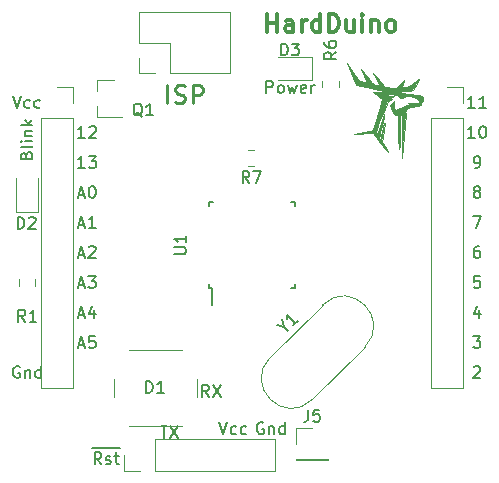
<source format=gbr>
G04 #@! TF.GenerationSoftware,KiCad,Pcbnew,(5.1.8)-1*
G04 #@! TF.CreationDate,2020-11-23T23:50:42+03:00*
G04 #@! TF.ProjectId,HardDuinoTQFP,48617264-4475-4696-9e6f-545146502e6b,rev?*
G04 #@! TF.SameCoordinates,Original*
G04 #@! TF.FileFunction,Legend,Top*
G04 #@! TF.FilePolarity,Positive*
%FSLAX46Y46*%
G04 Gerber Fmt 4.6, Leading zero omitted, Abs format (unit mm)*
G04 Created by KiCad (PCBNEW (5.1.8)-1) date 2020-11-23 23:50:42*
%MOMM*%
%LPD*%
G01*
G04 APERTURE LIST*
%ADD10C,0.150000*%
%ADD11C,0.250000*%
%ADD12C,0.100000*%
%ADD13C,0.300000*%
%ADD14C,0.120000*%
G04 APERTURE END LIST*
D10*
X110418809Y-46172380D02*
X110418809Y-45172380D01*
X110799761Y-45172380D01*
X110895000Y-45220000D01*
X110942619Y-45267619D01*
X110990238Y-45362857D01*
X110990238Y-45505714D01*
X110942619Y-45600952D01*
X110895000Y-45648571D01*
X110799761Y-45696190D01*
X110418809Y-45696190D01*
X111561666Y-46172380D02*
X111466428Y-46124761D01*
X111418809Y-46077142D01*
X111371190Y-45981904D01*
X111371190Y-45696190D01*
X111418809Y-45600952D01*
X111466428Y-45553333D01*
X111561666Y-45505714D01*
X111704523Y-45505714D01*
X111799761Y-45553333D01*
X111847380Y-45600952D01*
X111895000Y-45696190D01*
X111895000Y-45981904D01*
X111847380Y-46077142D01*
X111799761Y-46124761D01*
X111704523Y-46172380D01*
X111561666Y-46172380D01*
X112228333Y-45505714D02*
X112418809Y-46172380D01*
X112609285Y-45696190D01*
X112799761Y-46172380D01*
X112990238Y-45505714D01*
X113752142Y-46124761D02*
X113656904Y-46172380D01*
X113466428Y-46172380D01*
X113371190Y-46124761D01*
X113323571Y-46029523D01*
X113323571Y-45648571D01*
X113371190Y-45553333D01*
X113466428Y-45505714D01*
X113656904Y-45505714D01*
X113752142Y-45553333D01*
X113799761Y-45648571D01*
X113799761Y-45743809D01*
X113323571Y-45839047D01*
X114228333Y-46172380D02*
X114228333Y-45505714D01*
X114228333Y-45696190D02*
X114275952Y-45600952D01*
X114323571Y-45553333D01*
X114418809Y-45505714D01*
X114514047Y-45505714D01*
X90098571Y-51450714D02*
X90146190Y-51307857D01*
X90193809Y-51260238D01*
X90289047Y-51212619D01*
X90431904Y-51212619D01*
X90527142Y-51260238D01*
X90574761Y-51307857D01*
X90622380Y-51403095D01*
X90622380Y-51784047D01*
X89622380Y-51784047D01*
X89622380Y-51450714D01*
X89670000Y-51355476D01*
X89717619Y-51307857D01*
X89812857Y-51260238D01*
X89908095Y-51260238D01*
X90003333Y-51307857D01*
X90050952Y-51355476D01*
X90098571Y-51450714D01*
X90098571Y-51784047D01*
X90622380Y-50641190D02*
X90574761Y-50736428D01*
X90479523Y-50784047D01*
X89622380Y-50784047D01*
X90622380Y-50260238D02*
X89955714Y-50260238D01*
X89622380Y-50260238D02*
X89670000Y-50307857D01*
X89717619Y-50260238D01*
X89670000Y-50212619D01*
X89622380Y-50260238D01*
X89717619Y-50260238D01*
X89955714Y-49784047D02*
X90622380Y-49784047D01*
X90050952Y-49784047D02*
X90003333Y-49736428D01*
X89955714Y-49641190D01*
X89955714Y-49498333D01*
X90003333Y-49403095D01*
X90098571Y-49355476D01*
X90622380Y-49355476D01*
X90622380Y-48879285D02*
X89622380Y-48879285D01*
X90241428Y-48784047D02*
X90622380Y-48498333D01*
X89955714Y-48498333D02*
X90336666Y-48879285D01*
D11*
X102040714Y-47033571D02*
X102040714Y-45533571D01*
X102683571Y-46962142D02*
X102897857Y-47033571D01*
X103255000Y-47033571D01*
X103397857Y-46962142D01*
X103469285Y-46890714D01*
X103540714Y-46747857D01*
X103540714Y-46605000D01*
X103469285Y-46462142D01*
X103397857Y-46390714D01*
X103255000Y-46319285D01*
X102969285Y-46247857D01*
X102826428Y-46176428D01*
X102755000Y-46105000D01*
X102683571Y-45962142D01*
X102683571Y-45819285D01*
X102755000Y-45676428D01*
X102826428Y-45605000D01*
X102969285Y-45533571D01*
X103326428Y-45533571D01*
X103540714Y-45605000D01*
X104183571Y-47033571D02*
X104183571Y-45533571D01*
X104755000Y-45533571D01*
X104897857Y-45605000D01*
X104969285Y-45676428D01*
X105040714Y-45819285D01*
X105040714Y-46033571D01*
X104969285Y-46176428D01*
X104897857Y-46247857D01*
X104755000Y-46319285D01*
X104183571Y-46319285D01*
D10*
X105560833Y-71889880D02*
X105227500Y-71413690D01*
X104989404Y-71889880D02*
X104989404Y-70889880D01*
X105370357Y-70889880D01*
X105465595Y-70937500D01*
X105513214Y-70985119D01*
X105560833Y-71080357D01*
X105560833Y-71223214D01*
X105513214Y-71318452D01*
X105465595Y-71366071D01*
X105370357Y-71413690D01*
X104989404Y-71413690D01*
X105894166Y-70889880D02*
X106560833Y-71889880D01*
X106560833Y-70889880D02*
X105894166Y-71889880D01*
X95647023Y-76237500D02*
X96647023Y-76237500D01*
X96456547Y-77604880D02*
X96123214Y-77128690D01*
X95885119Y-77604880D02*
X95885119Y-76604880D01*
X96266071Y-76604880D01*
X96361309Y-76652500D01*
X96408928Y-76700119D01*
X96456547Y-76795357D01*
X96456547Y-76938214D01*
X96408928Y-77033452D01*
X96361309Y-77081071D01*
X96266071Y-77128690D01*
X95885119Y-77128690D01*
X96647023Y-76237500D02*
X97456547Y-76237500D01*
X96837500Y-77557261D02*
X96932738Y-77604880D01*
X97123214Y-77604880D01*
X97218452Y-77557261D01*
X97266071Y-77462023D01*
X97266071Y-77414404D01*
X97218452Y-77319166D01*
X97123214Y-77271547D01*
X96980357Y-77271547D01*
X96885119Y-77223928D01*
X96837500Y-77128690D01*
X96837500Y-77081071D01*
X96885119Y-76985833D01*
X96980357Y-76938214D01*
X97123214Y-76938214D01*
X97218452Y-76985833D01*
X97456547Y-76237500D02*
X98027976Y-76237500D01*
X97551785Y-76938214D02*
X97932738Y-76938214D01*
X97694642Y-76604880D02*
X97694642Y-77462023D01*
X97742261Y-77557261D01*
X97837500Y-77604880D01*
X97932738Y-77604880D01*
X110164642Y-74112500D02*
X110069404Y-74064880D01*
X109926547Y-74064880D01*
X109783690Y-74112500D01*
X109688452Y-74207738D01*
X109640833Y-74302976D01*
X109593214Y-74493452D01*
X109593214Y-74636309D01*
X109640833Y-74826785D01*
X109688452Y-74922023D01*
X109783690Y-75017261D01*
X109926547Y-75064880D01*
X110021785Y-75064880D01*
X110164642Y-75017261D01*
X110212261Y-74969642D01*
X110212261Y-74636309D01*
X110021785Y-74636309D01*
X110640833Y-74398214D02*
X110640833Y-75064880D01*
X110640833Y-74493452D02*
X110688452Y-74445833D01*
X110783690Y-74398214D01*
X110926547Y-74398214D01*
X111021785Y-74445833D01*
X111069404Y-74541071D01*
X111069404Y-75064880D01*
X111974166Y-75064880D02*
X111974166Y-74064880D01*
X111974166Y-75017261D02*
X111878928Y-75064880D01*
X111688452Y-75064880D01*
X111593214Y-75017261D01*
X111545595Y-74969642D01*
X111497976Y-74874404D01*
X111497976Y-74588690D01*
X111545595Y-74493452D01*
X111593214Y-74445833D01*
X111688452Y-74398214D01*
X111878928Y-74398214D01*
X111974166Y-74445833D01*
X106442023Y-74064880D02*
X106775357Y-75064880D01*
X107108690Y-74064880D01*
X107870595Y-75017261D02*
X107775357Y-75064880D01*
X107584880Y-75064880D01*
X107489642Y-75017261D01*
X107442023Y-74969642D01*
X107394404Y-74874404D01*
X107394404Y-74588690D01*
X107442023Y-74493452D01*
X107489642Y-74445833D01*
X107584880Y-74398214D01*
X107775357Y-74398214D01*
X107870595Y-74445833D01*
X108727738Y-75017261D02*
X108632500Y-75064880D01*
X108442023Y-75064880D01*
X108346785Y-75017261D01*
X108299166Y-74969642D01*
X108251547Y-74874404D01*
X108251547Y-74588690D01*
X108299166Y-74493452D01*
X108346785Y-74445833D01*
X108442023Y-74398214D01*
X108632500Y-74398214D01*
X108727738Y-74445833D01*
X101473095Y-74382380D02*
X102044523Y-74382380D01*
X101758809Y-75382380D02*
X101758809Y-74382380D01*
X102282619Y-74382380D02*
X102949285Y-75382380D01*
X102949285Y-74382380D02*
X102282619Y-75382380D01*
D12*
G36*
X117952500Y-44642500D02*
G01*
X118172500Y-44962500D01*
X118362500Y-45142500D01*
X118422500Y-45182500D01*
X118852500Y-45312500D01*
X118892500Y-45292500D01*
X118892500Y-45202500D01*
X118702500Y-44772500D01*
X118402500Y-44122500D01*
X119212500Y-45112500D01*
X119412500Y-45332500D01*
X119532500Y-45432500D01*
X119612500Y-45462500D01*
X119792500Y-45472500D01*
X120012500Y-45532500D01*
X119972500Y-45412500D01*
X119462500Y-44522500D01*
X120232500Y-45362500D01*
X120392500Y-45552500D01*
X120482500Y-45632500D01*
X120592500Y-45682500D01*
X121032500Y-45732500D01*
X121492500Y-45752500D01*
X121972500Y-45152500D01*
X122122500Y-45002500D01*
X122112500Y-45082500D01*
X121972500Y-45412500D01*
X121892500Y-45582500D01*
X121882500Y-45662500D01*
X121962500Y-45672500D01*
X122362500Y-45652500D01*
X122712500Y-45542500D01*
X123382500Y-44972500D01*
X123262500Y-45262500D01*
X122832500Y-45912500D01*
X122502500Y-45972500D01*
X121892500Y-46022500D01*
X121702500Y-46092500D01*
X121922500Y-46152500D01*
X123252500Y-46372500D01*
X123572500Y-46442500D01*
X123702500Y-46542500D01*
X123722500Y-46712500D01*
X123702500Y-46872500D01*
X123642500Y-46952500D01*
X123592500Y-46972500D01*
X123552500Y-47052500D01*
X123552500Y-47152500D01*
X123492500Y-47202500D01*
X123302500Y-47252500D01*
X122682500Y-47362500D01*
X122392500Y-47442500D01*
X122262500Y-47562500D01*
X122232500Y-47622500D01*
X122202500Y-47772500D01*
X122212500Y-47942500D01*
X121882500Y-51712500D01*
X121932500Y-48322500D01*
X121922500Y-48042500D01*
X121912500Y-47852500D01*
X121902500Y-47812500D01*
X121862500Y-47772500D01*
X121812500Y-47892500D01*
X121782500Y-48222500D01*
X121752500Y-48712500D01*
X121722500Y-50092500D01*
X121702500Y-50622500D01*
X121662500Y-50952500D01*
X121632500Y-50772500D01*
X121602500Y-50092500D01*
X121602500Y-49212500D01*
X121582500Y-47992500D01*
X121422500Y-48032500D01*
X121312500Y-48032500D01*
X121242500Y-47982500D01*
X121172500Y-47852500D01*
X120932500Y-47222500D01*
X121242500Y-46822500D01*
X121202500Y-47052500D01*
X121192500Y-47212500D01*
X121192500Y-47282500D01*
X121262500Y-47412500D01*
X121412500Y-47622500D01*
X122322500Y-47232500D01*
X122452500Y-47162500D01*
X122502500Y-47102500D01*
X122392500Y-47062500D01*
X122602500Y-47022500D01*
X123122500Y-47012500D01*
X123242500Y-46992500D01*
X123332500Y-46942500D01*
X123362500Y-46882500D01*
X123332500Y-46762500D01*
X123172500Y-46662500D01*
X122902500Y-46552500D01*
X122502500Y-46472500D01*
X122262500Y-46462500D01*
X122122500Y-46482500D01*
X122072500Y-46522500D01*
X122002500Y-46622500D01*
X121952500Y-46632500D01*
X121892500Y-46632500D01*
X121772500Y-46582500D01*
X121622500Y-46482500D01*
X121582500Y-46422500D01*
X121572500Y-46382500D01*
X121512500Y-46352500D01*
X121432500Y-46322500D01*
X120942500Y-46302500D01*
X120492500Y-46312500D01*
X120352500Y-46332500D01*
X120232500Y-46362500D01*
X120252500Y-46402500D01*
X120462500Y-46442500D01*
X120762500Y-46462500D01*
X121272500Y-46472500D01*
X120852500Y-46622500D01*
X120852500Y-46652500D01*
X121052500Y-46672500D01*
X121062500Y-46702500D01*
X120822500Y-46822500D01*
X120762500Y-46892500D01*
X120632500Y-47082500D01*
X120432500Y-47512500D01*
X120002500Y-48562500D01*
X119782500Y-49212500D01*
X119732500Y-49382500D01*
X119702500Y-49522500D01*
X119752500Y-49602500D01*
X119802500Y-49572500D01*
X119842500Y-49502500D01*
X119932500Y-49282500D01*
X120112500Y-48772500D01*
X120422500Y-47942500D01*
X120382500Y-48202500D01*
X120132500Y-49202500D01*
X120072500Y-49412500D01*
X120012500Y-49752500D01*
X119992500Y-49872500D01*
X119992500Y-49982500D01*
X120042500Y-50042500D01*
X120102500Y-49962500D01*
X120142500Y-49812500D01*
X120242500Y-49442500D01*
X120402500Y-48722500D01*
X120432500Y-48722500D01*
X120282500Y-49882500D01*
X120212500Y-50332500D01*
X120602500Y-50902500D01*
X120762500Y-51202500D01*
X120152500Y-50492500D01*
X119452500Y-49602500D01*
X117812500Y-49672500D01*
X119212500Y-49372500D01*
X119422500Y-49302500D01*
X119502500Y-49082500D01*
X119792500Y-48202500D01*
X120042500Y-47352500D01*
X120202500Y-46682500D01*
X119472500Y-46112500D01*
X119832500Y-46072500D01*
X120282500Y-46092500D01*
X120762500Y-46102500D01*
X118842500Y-45682500D01*
X118042500Y-45492500D01*
X117612500Y-44522500D01*
X117242500Y-43622500D01*
X117952500Y-44642500D01*
G37*
X117952500Y-44642500D02*
X118172500Y-44962500D01*
X118362500Y-45142500D01*
X118422500Y-45182500D01*
X118852500Y-45312500D01*
X118892500Y-45292500D01*
X118892500Y-45202500D01*
X118702500Y-44772500D01*
X118402500Y-44122500D01*
X119212500Y-45112500D01*
X119412500Y-45332500D01*
X119532500Y-45432500D01*
X119612500Y-45462500D01*
X119792500Y-45472500D01*
X120012500Y-45532500D01*
X119972500Y-45412500D01*
X119462500Y-44522500D01*
X120232500Y-45362500D01*
X120392500Y-45552500D01*
X120482500Y-45632500D01*
X120592500Y-45682500D01*
X121032500Y-45732500D01*
X121492500Y-45752500D01*
X121972500Y-45152500D01*
X122122500Y-45002500D01*
X122112500Y-45082500D01*
X121972500Y-45412500D01*
X121892500Y-45582500D01*
X121882500Y-45662500D01*
X121962500Y-45672500D01*
X122362500Y-45652500D01*
X122712500Y-45542500D01*
X123382500Y-44972500D01*
X123262500Y-45262500D01*
X122832500Y-45912500D01*
X122502500Y-45972500D01*
X121892500Y-46022500D01*
X121702500Y-46092500D01*
X121922500Y-46152500D01*
X123252500Y-46372500D01*
X123572500Y-46442500D01*
X123702500Y-46542500D01*
X123722500Y-46712500D01*
X123702500Y-46872500D01*
X123642500Y-46952500D01*
X123592500Y-46972500D01*
X123552500Y-47052500D01*
X123552500Y-47152500D01*
X123492500Y-47202500D01*
X123302500Y-47252500D01*
X122682500Y-47362500D01*
X122392500Y-47442500D01*
X122262500Y-47562500D01*
X122232500Y-47622500D01*
X122202500Y-47772500D01*
X122212500Y-47942500D01*
X121882500Y-51712500D01*
X121932500Y-48322500D01*
X121922500Y-48042500D01*
X121912500Y-47852500D01*
X121902500Y-47812500D01*
X121862500Y-47772500D01*
X121812500Y-47892500D01*
X121782500Y-48222500D01*
X121752500Y-48712500D01*
X121722500Y-50092500D01*
X121702500Y-50622500D01*
X121662500Y-50952500D01*
X121632500Y-50772500D01*
X121602500Y-50092500D01*
X121602500Y-49212500D01*
X121582500Y-47992500D01*
X121422500Y-48032500D01*
X121312500Y-48032500D01*
X121242500Y-47982500D01*
X121172500Y-47852500D01*
X120932500Y-47222500D01*
X121242500Y-46822500D01*
X121202500Y-47052500D01*
X121192500Y-47212500D01*
X121192500Y-47282500D01*
X121262500Y-47412500D01*
X121412500Y-47622500D01*
X122322500Y-47232500D01*
X122452500Y-47162500D01*
X122502500Y-47102500D01*
X122392500Y-47062500D01*
X122602500Y-47022500D01*
X123122500Y-47012500D01*
X123242500Y-46992500D01*
X123332500Y-46942500D01*
X123362500Y-46882500D01*
X123332500Y-46762500D01*
X123172500Y-46662500D01*
X122902500Y-46552500D01*
X122502500Y-46472500D01*
X122262500Y-46462500D01*
X122122500Y-46482500D01*
X122072500Y-46522500D01*
X122002500Y-46622500D01*
X121952500Y-46632500D01*
X121892500Y-46632500D01*
X121772500Y-46582500D01*
X121622500Y-46482500D01*
X121582500Y-46422500D01*
X121572500Y-46382500D01*
X121512500Y-46352500D01*
X121432500Y-46322500D01*
X120942500Y-46302500D01*
X120492500Y-46312500D01*
X120352500Y-46332500D01*
X120232500Y-46362500D01*
X120252500Y-46402500D01*
X120462500Y-46442500D01*
X120762500Y-46462500D01*
X121272500Y-46472500D01*
X120852500Y-46622500D01*
X120852500Y-46652500D01*
X121052500Y-46672500D01*
X121062500Y-46702500D01*
X120822500Y-46822500D01*
X120762500Y-46892500D01*
X120632500Y-47082500D01*
X120432500Y-47512500D01*
X120002500Y-48562500D01*
X119782500Y-49212500D01*
X119732500Y-49382500D01*
X119702500Y-49522500D01*
X119752500Y-49602500D01*
X119802500Y-49572500D01*
X119842500Y-49502500D01*
X119932500Y-49282500D01*
X120112500Y-48772500D01*
X120422500Y-47942500D01*
X120382500Y-48202500D01*
X120132500Y-49202500D01*
X120072500Y-49412500D01*
X120012500Y-49752500D01*
X119992500Y-49872500D01*
X119992500Y-49982500D01*
X120042500Y-50042500D01*
X120102500Y-49962500D01*
X120142500Y-49812500D01*
X120242500Y-49442500D01*
X120402500Y-48722500D01*
X120432500Y-48722500D01*
X120282500Y-49882500D01*
X120212500Y-50332500D01*
X120602500Y-50902500D01*
X120762500Y-51202500D01*
X120152500Y-50492500D01*
X119452500Y-49602500D01*
X117812500Y-49672500D01*
X119212500Y-49372500D01*
X119422500Y-49302500D01*
X119502500Y-49082500D01*
X119792500Y-48202500D01*
X120042500Y-47352500D01*
X120202500Y-46682500D01*
X119472500Y-46112500D01*
X119832500Y-46072500D01*
X120282500Y-46092500D01*
X120762500Y-46102500D01*
X118842500Y-45682500D01*
X118042500Y-45492500D01*
X117612500Y-44522500D01*
X117242500Y-43622500D01*
X117952500Y-44642500D01*
D13*
X110494642Y-41001071D02*
X110494642Y-39501071D01*
X110494642Y-40215357D02*
X111351785Y-40215357D01*
X111351785Y-41001071D02*
X111351785Y-39501071D01*
X112708928Y-41001071D02*
X112708928Y-40215357D01*
X112637500Y-40072500D01*
X112494642Y-40001071D01*
X112208928Y-40001071D01*
X112066071Y-40072500D01*
X112708928Y-40929642D02*
X112566071Y-41001071D01*
X112208928Y-41001071D01*
X112066071Y-40929642D01*
X111994642Y-40786785D01*
X111994642Y-40643928D01*
X112066071Y-40501071D01*
X112208928Y-40429642D01*
X112566071Y-40429642D01*
X112708928Y-40358214D01*
X113423214Y-41001071D02*
X113423214Y-40001071D01*
X113423214Y-40286785D02*
X113494642Y-40143928D01*
X113566071Y-40072500D01*
X113708928Y-40001071D01*
X113851785Y-40001071D01*
X114994642Y-41001071D02*
X114994642Y-39501071D01*
X114994642Y-40929642D02*
X114851785Y-41001071D01*
X114566071Y-41001071D01*
X114423214Y-40929642D01*
X114351785Y-40858214D01*
X114280357Y-40715357D01*
X114280357Y-40286785D01*
X114351785Y-40143928D01*
X114423214Y-40072500D01*
X114566071Y-40001071D01*
X114851785Y-40001071D01*
X114994642Y-40072500D01*
X115708928Y-41001071D02*
X115708928Y-39501071D01*
X116066071Y-39501071D01*
X116280357Y-39572500D01*
X116423214Y-39715357D01*
X116494642Y-39858214D01*
X116566071Y-40143928D01*
X116566071Y-40358214D01*
X116494642Y-40643928D01*
X116423214Y-40786785D01*
X116280357Y-40929642D01*
X116066071Y-41001071D01*
X115708928Y-41001071D01*
X117851785Y-40001071D02*
X117851785Y-41001071D01*
X117208928Y-40001071D02*
X117208928Y-40786785D01*
X117280357Y-40929642D01*
X117423214Y-41001071D01*
X117637500Y-41001071D01*
X117780357Y-40929642D01*
X117851785Y-40858214D01*
X118566071Y-41001071D02*
X118566071Y-40001071D01*
X118566071Y-39501071D02*
X118494642Y-39572500D01*
X118566071Y-39643928D01*
X118637500Y-39572500D01*
X118566071Y-39501071D01*
X118566071Y-39643928D01*
X119280357Y-40001071D02*
X119280357Y-41001071D01*
X119280357Y-40143928D02*
X119351785Y-40072500D01*
X119494642Y-40001071D01*
X119708928Y-40001071D01*
X119851785Y-40072500D01*
X119923214Y-40215357D01*
X119923214Y-41001071D01*
X120851785Y-41001071D02*
X120708928Y-40929642D01*
X120637500Y-40858214D01*
X120566071Y-40715357D01*
X120566071Y-40286785D01*
X120637500Y-40143928D01*
X120708928Y-40072500D01*
X120851785Y-40001071D01*
X121066071Y-40001071D01*
X121208928Y-40072500D01*
X121280357Y-40143928D01*
X121351785Y-40286785D01*
X121351785Y-40715357D01*
X121280357Y-40858214D01*
X121208928Y-40929642D01*
X121066071Y-41001071D01*
X120851785Y-41001071D01*
D10*
X89527142Y-69350000D02*
X89431904Y-69302380D01*
X89289047Y-69302380D01*
X89146190Y-69350000D01*
X89050952Y-69445238D01*
X89003333Y-69540476D01*
X88955714Y-69730952D01*
X88955714Y-69873809D01*
X89003333Y-70064285D01*
X89050952Y-70159523D01*
X89146190Y-70254761D01*
X89289047Y-70302380D01*
X89384285Y-70302380D01*
X89527142Y-70254761D01*
X89574761Y-70207142D01*
X89574761Y-69873809D01*
X89384285Y-69873809D01*
X90003333Y-69635714D02*
X90003333Y-70302380D01*
X90003333Y-69730952D02*
X90050952Y-69683333D01*
X90146190Y-69635714D01*
X90289047Y-69635714D01*
X90384285Y-69683333D01*
X90431904Y-69778571D01*
X90431904Y-70302380D01*
X91336666Y-70302380D02*
X91336666Y-69302380D01*
X91336666Y-70254761D02*
X91241428Y-70302380D01*
X91050952Y-70302380D01*
X90955714Y-70254761D01*
X90908095Y-70207142D01*
X90860476Y-70111904D01*
X90860476Y-69826190D01*
X90908095Y-69730952D01*
X90955714Y-69683333D01*
X91050952Y-69635714D01*
X91241428Y-69635714D01*
X91336666Y-69683333D01*
X94535714Y-67476666D02*
X95011904Y-67476666D01*
X94440476Y-67762380D02*
X94773809Y-66762380D01*
X95107142Y-67762380D01*
X95916666Y-66762380D02*
X95440476Y-66762380D01*
X95392857Y-67238571D01*
X95440476Y-67190952D01*
X95535714Y-67143333D01*
X95773809Y-67143333D01*
X95869047Y-67190952D01*
X95916666Y-67238571D01*
X95964285Y-67333809D01*
X95964285Y-67571904D01*
X95916666Y-67667142D01*
X95869047Y-67714761D01*
X95773809Y-67762380D01*
X95535714Y-67762380D01*
X95440476Y-67714761D01*
X95392857Y-67667142D01*
X94535714Y-64936666D02*
X95011904Y-64936666D01*
X94440476Y-65222380D02*
X94773809Y-64222380D01*
X95107142Y-65222380D01*
X95869047Y-64555714D02*
X95869047Y-65222380D01*
X95630952Y-64174761D02*
X95392857Y-64889047D01*
X96011904Y-64889047D01*
X94535714Y-62396666D02*
X95011904Y-62396666D01*
X94440476Y-62682380D02*
X94773809Y-61682380D01*
X95107142Y-62682380D01*
X95345238Y-61682380D02*
X95964285Y-61682380D01*
X95630952Y-62063333D01*
X95773809Y-62063333D01*
X95869047Y-62110952D01*
X95916666Y-62158571D01*
X95964285Y-62253809D01*
X95964285Y-62491904D01*
X95916666Y-62587142D01*
X95869047Y-62634761D01*
X95773809Y-62682380D01*
X95488095Y-62682380D01*
X95392857Y-62634761D01*
X95345238Y-62587142D01*
X94535714Y-59856666D02*
X95011904Y-59856666D01*
X94440476Y-60142380D02*
X94773809Y-59142380D01*
X95107142Y-60142380D01*
X95392857Y-59237619D02*
X95440476Y-59190000D01*
X95535714Y-59142380D01*
X95773809Y-59142380D01*
X95869047Y-59190000D01*
X95916666Y-59237619D01*
X95964285Y-59332857D01*
X95964285Y-59428095D01*
X95916666Y-59570952D01*
X95345238Y-60142380D01*
X95964285Y-60142380D01*
X94535714Y-57316666D02*
X95011904Y-57316666D01*
X94440476Y-57602380D02*
X94773809Y-56602380D01*
X95107142Y-57602380D01*
X95964285Y-57602380D02*
X95392857Y-57602380D01*
X95678571Y-57602380D02*
X95678571Y-56602380D01*
X95583333Y-56745238D01*
X95488095Y-56840476D01*
X95392857Y-56888095D01*
X94535714Y-54776666D02*
X95011904Y-54776666D01*
X94440476Y-55062380D02*
X94773809Y-54062380D01*
X95107142Y-55062380D01*
X95630952Y-54062380D02*
X95726190Y-54062380D01*
X95821428Y-54110000D01*
X95869047Y-54157619D01*
X95916666Y-54252857D01*
X95964285Y-54443333D01*
X95964285Y-54681428D01*
X95916666Y-54871904D01*
X95869047Y-54967142D01*
X95821428Y-55014761D01*
X95726190Y-55062380D01*
X95630952Y-55062380D01*
X95535714Y-55014761D01*
X95488095Y-54967142D01*
X95440476Y-54871904D01*
X95392857Y-54681428D01*
X95392857Y-54443333D01*
X95440476Y-54252857D01*
X95488095Y-54157619D01*
X95535714Y-54110000D01*
X95630952Y-54062380D01*
X88979523Y-46442380D02*
X89312857Y-47442380D01*
X89646190Y-46442380D01*
X90408095Y-47394761D02*
X90312857Y-47442380D01*
X90122380Y-47442380D01*
X90027142Y-47394761D01*
X89979523Y-47347142D01*
X89931904Y-47251904D01*
X89931904Y-46966190D01*
X89979523Y-46870952D01*
X90027142Y-46823333D01*
X90122380Y-46775714D01*
X90312857Y-46775714D01*
X90408095Y-46823333D01*
X91265238Y-47394761D02*
X91170000Y-47442380D01*
X90979523Y-47442380D01*
X90884285Y-47394761D01*
X90836666Y-47347142D01*
X90789047Y-47251904D01*
X90789047Y-46966190D01*
X90836666Y-46870952D01*
X90884285Y-46823333D01*
X90979523Y-46775714D01*
X91170000Y-46775714D01*
X91265238Y-46823333D01*
X95059523Y-52522380D02*
X94488095Y-52522380D01*
X94773809Y-52522380D02*
X94773809Y-51522380D01*
X94678571Y-51665238D01*
X94583333Y-51760476D01*
X94488095Y-51808095D01*
X95392857Y-51522380D02*
X96011904Y-51522380D01*
X95678571Y-51903333D01*
X95821428Y-51903333D01*
X95916666Y-51950952D01*
X95964285Y-51998571D01*
X96011904Y-52093809D01*
X96011904Y-52331904D01*
X95964285Y-52427142D01*
X95916666Y-52474761D01*
X95821428Y-52522380D01*
X95535714Y-52522380D01*
X95440476Y-52474761D01*
X95392857Y-52427142D01*
X95059523Y-49982380D02*
X94488095Y-49982380D01*
X94773809Y-49982380D02*
X94773809Y-48982380D01*
X94678571Y-49125238D01*
X94583333Y-49220476D01*
X94488095Y-49268095D01*
X95440476Y-49077619D02*
X95488095Y-49030000D01*
X95583333Y-48982380D01*
X95821428Y-48982380D01*
X95916666Y-49030000D01*
X95964285Y-49077619D01*
X96011904Y-49172857D01*
X96011904Y-49268095D01*
X95964285Y-49410952D01*
X95392857Y-49982380D01*
X96011904Y-49982380D01*
X128079523Y-47442380D02*
X127508095Y-47442380D01*
X127793809Y-47442380D02*
X127793809Y-46442380D01*
X127698571Y-46585238D01*
X127603333Y-46680476D01*
X127508095Y-46728095D01*
X129031904Y-47442380D02*
X128460476Y-47442380D01*
X128746190Y-47442380D02*
X128746190Y-46442380D01*
X128650952Y-46585238D01*
X128555714Y-46680476D01*
X128460476Y-46728095D01*
X128079523Y-49982380D02*
X127508095Y-49982380D01*
X127793809Y-49982380D02*
X127793809Y-48982380D01*
X127698571Y-49125238D01*
X127603333Y-49220476D01*
X127508095Y-49268095D01*
X128698571Y-48982380D02*
X128793809Y-48982380D01*
X128889047Y-49030000D01*
X128936666Y-49077619D01*
X128984285Y-49172857D01*
X129031904Y-49363333D01*
X129031904Y-49601428D01*
X128984285Y-49791904D01*
X128936666Y-49887142D01*
X128889047Y-49934761D01*
X128793809Y-49982380D01*
X128698571Y-49982380D01*
X128603333Y-49934761D01*
X128555714Y-49887142D01*
X128508095Y-49791904D01*
X128460476Y-49601428D01*
X128460476Y-49363333D01*
X128508095Y-49172857D01*
X128555714Y-49077619D01*
X128603333Y-49030000D01*
X128698571Y-48982380D01*
X128079523Y-52522380D02*
X128270000Y-52522380D01*
X128365238Y-52474761D01*
X128412857Y-52427142D01*
X128508095Y-52284285D01*
X128555714Y-52093809D01*
X128555714Y-51712857D01*
X128508095Y-51617619D01*
X128460476Y-51570000D01*
X128365238Y-51522380D01*
X128174761Y-51522380D01*
X128079523Y-51570000D01*
X128031904Y-51617619D01*
X127984285Y-51712857D01*
X127984285Y-51950952D01*
X128031904Y-52046190D01*
X128079523Y-52093809D01*
X128174761Y-52141428D01*
X128365238Y-52141428D01*
X128460476Y-52093809D01*
X128508095Y-52046190D01*
X128555714Y-51950952D01*
X128174761Y-54490952D02*
X128079523Y-54443333D01*
X128031904Y-54395714D01*
X127984285Y-54300476D01*
X127984285Y-54252857D01*
X128031904Y-54157619D01*
X128079523Y-54110000D01*
X128174761Y-54062380D01*
X128365238Y-54062380D01*
X128460476Y-54110000D01*
X128508095Y-54157619D01*
X128555714Y-54252857D01*
X128555714Y-54300476D01*
X128508095Y-54395714D01*
X128460476Y-54443333D01*
X128365238Y-54490952D01*
X128174761Y-54490952D01*
X128079523Y-54538571D01*
X128031904Y-54586190D01*
X127984285Y-54681428D01*
X127984285Y-54871904D01*
X128031904Y-54967142D01*
X128079523Y-55014761D01*
X128174761Y-55062380D01*
X128365238Y-55062380D01*
X128460476Y-55014761D01*
X128508095Y-54967142D01*
X128555714Y-54871904D01*
X128555714Y-54681428D01*
X128508095Y-54586190D01*
X128460476Y-54538571D01*
X128365238Y-54490952D01*
X127936666Y-56602380D02*
X128603333Y-56602380D01*
X128174761Y-57602380D01*
X128460476Y-59142380D02*
X128270000Y-59142380D01*
X128174761Y-59190000D01*
X128127142Y-59237619D01*
X128031904Y-59380476D01*
X127984285Y-59570952D01*
X127984285Y-59951904D01*
X128031904Y-60047142D01*
X128079523Y-60094761D01*
X128174761Y-60142380D01*
X128365238Y-60142380D01*
X128460476Y-60094761D01*
X128508095Y-60047142D01*
X128555714Y-59951904D01*
X128555714Y-59713809D01*
X128508095Y-59618571D01*
X128460476Y-59570952D01*
X128365238Y-59523333D01*
X128174761Y-59523333D01*
X128079523Y-59570952D01*
X128031904Y-59618571D01*
X127984285Y-59713809D01*
X128508095Y-61682380D02*
X128031904Y-61682380D01*
X127984285Y-62158571D01*
X128031904Y-62110952D01*
X128127142Y-62063333D01*
X128365238Y-62063333D01*
X128460476Y-62110952D01*
X128508095Y-62158571D01*
X128555714Y-62253809D01*
X128555714Y-62491904D01*
X128508095Y-62587142D01*
X128460476Y-62634761D01*
X128365238Y-62682380D01*
X128127142Y-62682380D01*
X128031904Y-62634761D01*
X127984285Y-62587142D01*
X128460476Y-64555714D02*
X128460476Y-65222380D01*
X128222380Y-64174761D02*
X127984285Y-64889047D01*
X128603333Y-64889047D01*
X127936666Y-66762380D02*
X128555714Y-66762380D01*
X128222380Y-67143333D01*
X128365238Y-67143333D01*
X128460476Y-67190952D01*
X128508095Y-67238571D01*
X128555714Y-67333809D01*
X128555714Y-67571904D01*
X128508095Y-67667142D01*
X128460476Y-67714761D01*
X128365238Y-67762380D01*
X128079523Y-67762380D01*
X127984285Y-67714761D01*
X127936666Y-67667142D01*
X127984285Y-69397619D02*
X128031904Y-69350000D01*
X128127142Y-69302380D01*
X128365238Y-69302380D01*
X128460476Y-69350000D01*
X128508095Y-69397619D01*
X128555714Y-69492857D01*
X128555714Y-69588095D01*
X128508095Y-69730952D01*
X127936666Y-70302380D01*
X128555714Y-70302380D01*
D14*
X92710000Y-45660000D02*
X94040000Y-45660000D01*
X94040000Y-45660000D02*
X94040000Y-46990000D01*
X94040000Y-48260000D02*
X94040000Y-71180000D01*
X91380000Y-71180000D02*
X94040000Y-71180000D01*
X91380000Y-48260000D02*
X91380000Y-71180000D01*
X91380000Y-48260000D02*
X94040000Y-48260000D01*
X124400000Y-48260000D02*
X127060000Y-48260000D01*
X124400000Y-48260000D02*
X124400000Y-71180000D01*
X124400000Y-71180000D02*
X127060000Y-71180000D01*
X127060000Y-48260000D02*
X127060000Y-71180000D01*
X127060000Y-45660000D02*
X127060000Y-46990000D01*
X125730000Y-45660000D02*
X127060000Y-45660000D01*
X104540000Y-71897500D02*
X104540000Y-70397500D01*
X103290000Y-67897500D02*
X98790000Y-67897500D01*
X97540000Y-70397500D02*
X97540000Y-71897500D01*
X98790000Y-74397500D02*
X103290000Y-74397500D01*
X91130000Y-56225000D02*
X91130000Y-53365000D01*
X89210000Y-56225000D02*
X91130000Y-56225000D01*
X89210000Y-53365000D02*
X89210000Y-56225000D01*
X98365000Y-78165000D02*
X98365000Y-76835000D01*
X99695000Y-78165000D02*
X98365000Y-78165000D01*
X100965000Y-78165000D02*
X100965000Y-75505000D01*
X100965000Y-75505000D02*
X111185000Y-75505000D01*
X100965000Y-78165000D02*
X111185000Y-78165000D01*
X111185000Y-78165000D02*
X111185000Y-75505000D01*
X89460000Y-61968748D02*
X89460000Y-62491252D01*
X90880000Y-61968748D02*
X90880000Y-62491252D01*
D10*
X105820000Y-62680000D02*
X105820000Y-64105000D01*
X105595000Y-55430000D02*
X105595000Y-55755000D01*
X112845000Y-55430000D02*
X112845000Y-55755000D01*
X112845000Y-62680000D02*
X112845000Y-62355000D01*
X105595000Y-62680000D02*
X105595000Y-62355000D01*
X112845000Y-62680000D02*
X112520000Y-62680000D01*
X112845000Y-55430000D02*
X112520000Y-55430000D01*
X105595000Y-55430000D02*
X105920000Y-55430000D01*
X105595000Y-62680000D02*
X105820000Y-62680000D01*
D14*
X114331076Y-72119813D02*
X118750494Y-67700395D01*
X110760187Y-68548924D02*
X115179605Y-64129506D01*
X114331077Y-72119812D02*
G75*
G02*
X110760187Y-68548924I-1785445J1785444D01*
G01*
X118750493Y-67700396D02*
G75*
G03*
X115179605Y-64129506I-1785444J1785445D01*
G01*
X99635000Y-44510000D02*
X99635000Y-43180000D01*
X100965000Y-44510000D02*
X99635000Y-44510000D01*
X99635000Y-41910000D02*
X99635000Y-39310000D01*
X102235000Y-41910000D02*
X99635000Y-41910000D01*
X102235000Y-44510000D02*
X102235000Y-41910000D01*
X99635000Y-39310000D02*
X107375000Y-39310000D01*
X102235000Y-44510000D02*
X107375000Y-44510000D01*
X107375000Y-44510000D02*
X107375000Y-39310000D01*
X112970000Y-74552500D02*
X114300000Y-74552500D01*
X112970000Y-75882500D02*
X112970000Y-74552500D01*
X112970000Y-77152500D02*
X115630000Y-77152500D01*
X115630000Y-77152500D02*
X115630000Y-77212500D01*
X112970000Y-77152500D02*
X112970000Y-77212500D01*
X112970000Y-77212500D02*
X115630000Y-77212500D01*
X114255000Y-43172500D02*
X111395000Y-43172500D01*
X114255000Y-45092500D02*
X114255000Y-43172500D01*
X111395000Y-45092500D02*
X114255000Y-45092500D01*
X96077500Y-45092500D02*
X97537500Y-45092500D01*
X96077500Y-48252500D02*
X98237500Y-48252500D01*
X96077500Y-48252500D02*
X96077500Y-47322500D01*
X96077500Y-45092500D02*
X96077500Y-46022500D01*
X116597500Y-45663752D02*
X116597500Y-45141248D01*
X115177500Y-45663752D02*
X115177500Y-45141248D01*
X109408752Y-52399000D02*
X108886248Y-52399000D01*
X109408752Y-50979000D02*
X108886248Y-50979000D01*
D10*
X100226904Y-71572380D02*
X100226904Y-70572380D01*
X100465000Y-70572380D01*
X100607857Y-70620000D01*
X100703095Y-70715238D01*
X100750714Y-70810476D01*
X100798333Y-71000952D01*
X100798333Y-71143809D01*
X100750714Y-71334285D01*
X100703095Y-71429523D01*
X100607857Y-71524761D01*
X100465000Y-71572380D01*
X100226904Y-71572380D01*
X101750714Y-71572380D02*
X101179285Y-71572380D01*
X101465000Y-71572380D02*
X101465000Y-70572380D01*
X101369761Y-70715238D01*
X101274523Y-70810476D01*
X101179285Y-70858095D01*
X89359404Y-57674880D02*
X89359404Y-56674880D01*
X89597500Y-56674880D01*
X89740357Y-56722500D01*
X89835595Y-56817738D01*
X89883214Y-56912976D01*
X89930833Y-57103452D01*
X89930833Y-57246309D01*
X89883214Y-57436785D01*
X89835595Y-57532023D01*
X89740357Y-57627261D01*
X89597500Y-57674880D01*
X89359404Y-57674880D01*
X90311785Y-56770119D02*
X90359404Y-56722500D01*
X90454642Y-56674880D01*
X90692738Y-56674880D01*
X90787976Y-56722500D01*
X90835595Y-56770119D01*
X90883214Y-56865357D01*
X90883214Y-56960595D01*
X90835595Y-57103452D01*
X90264166Y-57674880D01*
X90883214Y-57674880D01*
X90003333Y-65539880D02*
X89670000Y-65063690D01*
X89431904Y-65539880D02*
X89431904Y-64539880D01*
X89812857Y-64539880D01*
X89908095Y-64587500D01*
X89955714Y-64635119D01*
X90003333Y-64730357D01*
X90003333Y-64873214D01*
X89955714Y-64968452D01*
X89908095Y-65016071D01*
X89812857Y-65063690D01*
X89431904Y-65063690D01*
X90955714Y-65539880D02*
X90384285Y-65539880D01*
X90670000Y-65539880D02*
X90670000Y-64539880D01*
X90574761Y-64682738D01*
X90479523Y-64777976D01*
X90384285Y-64825595D01*
X102622380Y-59816904D02*
X103431904Y-59816904D01*
X103527142Y-59769285D01*
X103574761Y-59721666D01*
X103622380Y-59626428D01*
X103622380Y-59435952D01*
X103574761Y-59340714D01*
X103527142Y-59293095D01*
X103431904Y-59245476D01*
X102622380Y-59245476D01*
X103622380Y-58245476D02*
X103622380Y-58816904D01*
X103622380Y-58531190D02*
X102622380Y-58531190D01*
X102765238Y-58626428D01*
X102860476Y-58721666D01*
X102908095Y-58816904D01*
X111909235Y-65951989D02*
X112245953Y-66288707D01*
X111303144Y-65817302D02*
X111909235Y-65951989D01*
X111774548Y-65345898D01*
X113087746Y-65446913D02*
X112683685Y-65850974D01*
X112885716Y-65648943D02*
X112178609Y-64941837D01*
X112212281Y-65110195D01*
X112212281Y-65244882D01*
X112178609Y-65345898D01*
X113966666Y-73004880D02*
X113966666Y-73719166D01*
X113919047Y-73862023D01*
X113823809Y-73957261D01*
X113680952Y-74004880D01*
X113585714Y-74004880D01*
X114919047Y-73004880D02*
X114442857Y-73004880D01*
X114395238Y-73481071D01*
X114442857Y-73433452D01*
X114538095Y-73385833D01*
X114776190Y-73385833D01*
X114871428Y-73433452D01*
X114919047Y-73481071D01*
X114966666Y-73576309D01*
X114966666Y-73814404D01*
X114919047Y-73909642D01*
X114871428Y-73957261D01*
X114776190Y-74004880D01*
X114538095Y-74004880D01*
X114442857Y-73957261D01*
X114395238Y-73909642D01*
X111656904Y-42997380D02*
X111656904Y-41997380D01*
X111895000Y-41997380D01*
X112037857Y-42045000D01*
X112133095Y-42140238D01*
X112180714Y-42235476D01*
X112228333Y-42425952D01*
X112228333Y-42568809D01*
X112180714Y-42759285D01*
X112133095Y-42854523D01*
X112037857Y-42949761D01*
X111895000Y-42997380D01*
X111656904Y-42997380D01*
X112561666Y-41997380D02*
X113180714Y-41997380D01*
X112847380Y-42378333D01*
X112990238Y-42378333D01*
X113085476Y-42425952D01*
X113133095Y-42473571D01*
X113180714Y-42568809D01*
X113180714Y-42806904D01*
X113133095Y-42902142D01*
X113085476Y-42949761D01*
X112990238Y-42997380D01*
X112704523Y-42997380D01*
X112609285Y-42949761D01*
X112561666Y-42902142D01*
X99917261Y-48172619D02*
X99822023Y-48125000D01*
X99726785Y-48029761D01*
X99583928Y-47886904D01*
X99488690Y-47839285D01*
X99393452Y-47839285D01*
X99441071Y-48077380D02*
X99345833Y-48029761D01*
X99250595Y-47934523D01*
X99202976Y-47744047D01*
X99202976Y-47410714D01*
X99250595Y-47220238D01*
X99345833Y-47125000D01*
X99441071Y-47077380D01*
X99631547Y-47077380D01*
X99726785Y-47125000D01*
X99822023Y-47220238D01*
X99869642Y-47410714D01*
X99869642Y-47744047D01*
X99822023Y-47934523D01*
X99726785Y-48029761D01*
X99631547Y-48077380D01*
X99441071Y-48077380D01*
X100822023Y-48077380D02*
X100250595Y-48077380D01*
X100536309Y-48077380D02*
X100536309Y-47077380D01*
X100441071Y-47220238D01*
X100345833Y-47315476D01*
X100250595Y-47363095D01*
X116339880Y-42711666D02*
X115863690Y-43045000D01*
X116339880Y-43283095D02*
X115339880Y-43283095D01*
X115339880Y-42902142D01*
X115387500Y-42806904D01*
X115435119Y-42759285D01*
X115530357Y-42711666D01*
X115673214Y-42711666D01*
X115768452Y-42759285D01*
X115816071Y-42806904D01*
X115863690Y-42902142D01*
X115863690Y-43283095D01*
X115339880Y-41854523D02*
X115339880Y-42045000D01*
X115387500Y-42140238D01*
X115435119Y-42187857D01*
X115577976Y-42283095D01*
X115768452Y-42330714D01*
X116149404Y-42330714D01*
X116244642Y-42283095D01*
X116292261Y-42235476D01*
X116339880Y-42140238D01*
X116339880Y-41949761D01*
X116292261Y-41854523D01*
X116244642Y-41806904D01*
X116149404Y-41759285D01*
X115911309Y-41759285D01*
X115816071Y-41806904D01*
X115768452Y-41854523D01*
X115720833Y-41949761D01*
X115720833Y-42140238D01*
X115768452Y-42235476D01*
X115816071Y-42283095D01*
X115911309Y-42330714D01*
X108980833Y-53791380D02*
X108647500Y-53315190D01*
X108409404Y-53791380D02*
X108409404Y-52791380D01*
X108790357Y-52791380D01*
X108885595Y-52839000D01*
X108933214Y-52886619D01*
X108980833Y-52981857D01*
X108980833Y-53124714D01*
X108933214Y-53219952D01*
X108885595Y-53267571D01*
X108790357Y-53315190D01*
X108409404Y-53315190D01*
X109314166Y-52791380D02*
X109980833Y-52791380D01*
X109552261Y-53791380D01*
M02*

</source>
